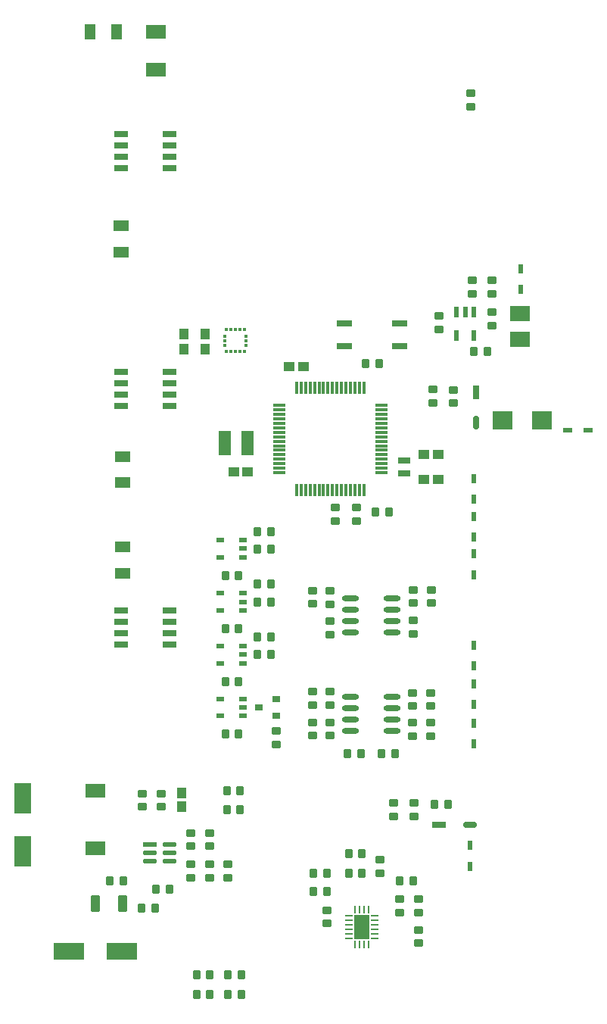
<source format=gbr>
%TF.GenerationSoftware,Altium Limited,Altium Designer,25.8.1 (18)*%
G04 Layer_Color=8421504*
%FSLAX45Y45*%
%MOMM*%
%TF.SameCoordinates,031978D1-9D18-463A-8735-F8186BF7E524*%
%TF.FilePolarity,Positive*%
%TF.FileFunction,Paste,Top*%
%TF.Part,Single*%
G01*
G75*
%TA.AperFunction,SMDPad,CuDef*%
G04:AMPARAMS|DCode=10|XSize=1.55439mm|YSize=0.57213mm|CornerRadius=0.28606mm|HoleSize=0mm|Usage=FLASHONLY|Rotation=0.000|XOffset=0mm|YOffset=0mm|HoleType=Round|Shape=RoundedRectangle|*
%AMROUNDEDRECTD10*
21,1,1.55439,0.00000,0,0,0.0*
21,1,0.98226,0.57213,0,0,0.0*
1,1,0.57213,0.49113,0.00000*
1,1,0.57213,-0.49113,0.00000*
1,1,0.57213,-0.49113,0.00000*
1,1,0.57213,0.49113,0.00000*
%
%ADD10ROUNDEDRECTD10*%
%ADD11R,1.55439X0.57213*%
%ADD12R,0.55000X1.05000*%
%ADD13R,2.30000X1.80000*%
G04:AMPARAMS|DCode=14|XSize=0.8mm|YSize=1mm|CornerRadius=0.1mm|HoleSize=0mm|Usage=FLASHONLY|Rotation=90.000|XOffset=0mm|YOffset=0mm|HoleType=Round|Shape=RoundedRectangle|*
%AMROUNDEDRECTD14*
21,1,0.80000,0.80000,0,0,90.0*
21,1,0.60000,1.00000,0,0,90.0*
1,1,0.20000,0.40000,0.30000*
1,1,0.20000,0.40000,-0.30000*
1,1,0.20000,-0.40000,-0.30000*
1,1,0.20000,-0.40000,0.30000*
%
%ADD14ROUNDEDRECTD14*%
%ADD15R,0.60000X1.15000*%
G04:AMPARAMS|DCode=16|XSize=0.8mm|YSize=1mm|CornerRadius=0.1mm|HoleSize=0mm|Usage=FLASHONLY|Rotation=180.000|XOffset=0mm|YOffset=0mm|HoleType=Round|Shape=RoundedRectangle|*
%AMROUNDEDRECTD16*
21,1,0.80000,0.80000,0,0,180.0*
21,1,0.60000,1.00000,0,0,180.0*
1,1,0.20000,-0.30000,0.40000*
1,1,0.20000,0.30000,0.40000*
1,1,0.20000,0.30000,-0.40000*
1,1,0.20000,-0.30000,-0.40000*
%
%ADD16ROUNDEDRECTD16*%
%ADD17R,1.72500X0.65000*%
%ADD18R,0.30000X1.47500*%
%ADD19R,1.05000X0.55000*%
%ADD20R,2.20000X2.15000*%
%ADD21R,1.15814X1.01213*%
%ADD22R,1.47500X0.30000*%
%ADD23O,1.90000X0.60000*%
%ADD24R,0.50000X1.10000*%
%ADD25R,0.85000X0.25000*%
%ADD26R,1.70000X2.70000*%
%ADD29R,1.52500X0.65000*%
%ADD30R,1.01213X1.15814*%
G04:AMPARAMS|DCode=31|XSize=0.55mm|YSize=0.8mm|CornerRadius=0.0495mm|HoleSize=0mm|Usage=FLASHONLY|Rotation=270.000|XOffset=0mm|YOffset=0mm|HoleType=Round|Shape=RoundedRectangle|*
%AMROUNDEDRECTD31*
21,1,0.55000,0.70100,0,0,270.0*
21,1,0.45100,0.80000,0,0,270.0*
1,1,0.09900,-0.35050,-0.22550*
1,1,0.09900,-0.35050,0.22550*
1,1,0.09900,0.35050,0.22550*
1,1,0.09900,0.35050,-0.22550*
%
%ADD31ROUNDEDRECTD31*%
%ADD32R,0.90000X0.80000*%
%ADD33R,1.40000X2.80000*%
G04:AMPARAMS|DCode=34|XSize=1mm|YSize=1.8mm|CornerRadius=0.125mm|HoleSize=0mm|Usage=FLASHONLY|Rotation=0.000|XOffset=0mm|YOffset=0mm|HoleType=Round|Shape=RoundedRectangle|*
%AMROUNDEDRECTD34*
21,1,1.00000,1.55000,0,0,0.0*
21,1,0.75000,1.80000,0,0,0.0*
1,1,0.25000,0.37500,-0.77500*
1,1,0.25000,-0.37500,-0.77500*
1,1,0.25000,-0.37500,0.77500*
1,1,0.25000,0.37500,0.77500*
%
%ADD34ROUNDEDRECTD34*%
%ADD35R,3.35000X1.85000*%
%ADD36R,1.85000X3.35000*%
%ADD37R,2.20000X1.60000*%
%ADD38R,0.25000X0.85000*%
%ADD39R,1.40000X0.75000*%
%ADD40R,1.30606X1.05822*%
%ADD41R,1.05822X1.30606*%
%ADD42R,1.80000X1.17000*%
G04:AMPARAMS|DCode=43|XSize=1.55748mm|YSize=0.74248mm|CornerRadius=0.37124mm|HoleSize=0mm|Usage=FLASHONLY|Rotation=270.000|XOffset=0mm|YOffset=0mm|HoleType=Round|Shape=RoundedRectangle|*
%AMROUNDEDRECTD43*
21,1,1.55748,0.00000,0,0,270.0*
21,1,0.81501,0.74248,0,0,270.0*
1,1,0.74247,0.00000,-0.40750*
1,1,0.74247,0.00000,0.40750*
1,1,0.74247,0.00000,0.40750*
1,1,0.74247,0.00000,-0.40750*
%
%ADD43ROUNDEDRECTD43*%
%ADD44R,0.74248X1.55748*%
%ADD45R,1.17000X1.80000*%
%ADD46R,2.18000X1.62000*%
G04:AMPARAMS|DCode=47|XSize=1.55748mm|YSize=0.74248mm|CornerRadius=0.37124mm|HoleSize=0mm|Usage=FLASHONLY|Rotation=0.000|XOffset=0mm|YOffset=0mm|HoleType=Round|Shape=RoundedRectangle|*
%AMROUNDEDRECTD47*
21,1,1.55748,0.00000,0,0,0.0*
21,1,0.81501,0.74248,0,0,0.0*
1,1,0.74247,0.40750,0.00000*
1,1,0.74247,-0.40750,0.00000*
1,1,0.74247,-0.40750,0.00000*
1,1,0.74247,0.40750,0.00000*
%
%ADD47ROUNDEDRECTD47*%
%ADD48R,1.55748X0.74248*%
%TA.AperFunction,NonConductor*%
%ADD111R,0.40249X0.31305*%
%ADD112R,0.31305X0.40249*%
%ADD113R,0.31305X0.40249*%
%ADD114R,0.31304X0.40249*%
%ADD115R,0.31304X0.40249*%
D10*
X2763868Y1802410D02*
D03*
X2543809Y1897410D02*
D03*
X2763868D02*
D03*
Y1992410D02*
D03*
X2543809Y1802410D02*
D03*
D11*
Y1992410D02*
D03*
D12*
X6690046Y8426170D02*
D03*
X6170038Y5006210D02*
D03*
X6170034Y5846252D02*
D03*
X6170033Y5426260D02*
D03*
X6167539Y3986210D02*
D03*
X6167539Y3553509D02*
D03*
X6167538Y3111689D02*
D03*
X6170038Y5236210D02*
D03*
X6167539Y3783509D02*
D03*
X6167538Y3341689D02*
D03*
X6170034Y6076252D02*
D03*
X6690046Y8196170D02*
D03*
X6167539Y4216211D02*
D03*
X6170033Y5656260D02*
D03*
D13*
X6680028Y7636250D02*
D03*
Y7926250D02*
D03*
D14*
X6370039Y7791210D02*
D03*
X6150041Y8146174D02*
D03*
X5711501Y6923507D02*
D03*
X5690034Y4686260D02*
D03*
X5680033Y3536247D02*
D03*
X5680039Y3348910D02*
D03*
X5500039Y2304671D02*
D03*
X5270039Y2303511D02*
D03*
X5340027Y1376253D02*
D03*
X4360039Y4678910D02*
D03*
X4360033Y3546255D02*
D03*
X4360044Y3356171D02*
D03*
X2668439Y2409311D02*
D03*
X2461191D02*
D03*
X3208439Y2118310D02*
D03*
X3001639Y2119610D02*
D03*
X4520087Y1106222D02*
D03*
X3001639Y1969610D02*
D03*
X3208439Y1968310D02*
D03*
X3001289Y1769610D02*
D03*
X3208439D02*
D03*
X5550083Y1226222D02*
D03*
X5550026Y1036257D02*
D03*
X5550083Y1376222D02*
D03*
X5340027Y1226253D02*
D03*
X5120028Y1666261D02*
D03*
X5550026Y886257D02*
D03*
X4520087Y1256222D02*
D03*
X4360033Y3696255D02*
D03*
X4560098Y3696216D02*
D03*
X4360039Y4828910D02*
D03*
X4560095Y4826216D02*
D03*
X4850001Y5756204D02*
D03*
Y5606204D02*
D03*
X4620002Y5606204D02*
D03*
X5680033Y3686247D02*
D03*
X5480084Y3686216D02*
D03*
X5690034Y4836260D02*
D03*
X5490082Y4836216D02*
D03*
X4620002Y5756204D02*
D03*
X6130076Y10236221D02*
D03*
X5780075Y7746221D02*
D03*
X3417008Y1769610D02*
D03*
X4360044Y3206171D02*
D03*
X4560097Y3206216D02*
D03*
X5480039Y3351211D02*
D03*
X5480084Y3536216D02*
D03*
X4560097Y3356216D02*
D03*
X4560098Y3546216D02*
D03*
X6130076Y10386221D02*
D03*
X4560095Y4676216D02*
D03*
X6150041Y8296174D02*
D03*
X6370078Y8296213D02*
D03*
Y8146213D02*
D03*
X5490082Y4686216D02*
D03*
X5711501Y7073507D02*
D03*
X5489997Y4346205D02*
D03*
Y4496205D02*
D03*
X6370039Y7941210D02*
D03*
X5780075Y7896221D02*
D03*
X5500039Y2454671D02*
D03*
X5680039Y3198910D02*
D03*
X4560034Y4336266D02*
D03*
Y4486266D02*
D03*
X5120028Y1816261D02*
D03*
X5270039Y2453511D02*
D03*
X5935070Y6922292D02*
D03*
Y7072292D02*
D03*
X5480039Y3201211D02*
D03*
X3208439Y1619610D02*
D03*
X3001289D02*
D03*
X2461191Y2559311D02*
D03*
X3417008Y1619610D02*
D03*
X3960022Y3256260D02*
D03*
Y3106260D02*
D03*
X2668439Y2559311D02*
D03*
D15*
X6070027Y7941251D02*
D03*
X5975027Y7681251D02*
D03*
X6165027D02*
D03*
Y7941251D02*
D03*
X5975027D02*
D03*
D16*
X6315039Y7501211D02*
D03*
X5214972Y5709217D02*
D03*
X5485037Y1581251D02*
D03*
X3896210Y5489960D02*
D03*
X3896174Y4899956D02*
D03*
X3897750Y4310137D02*
D03*
X3552939Y2589611D02*
D03*
X3552938Y2379671D02*
D03*
X4375028Y1461256D02*
D03*
X4375027Y1671254D02*
D03*
X2762213Y1489611D02*
D03*
X3565037Y533571D02*
D03*
X3565036Y313571D02*
D03*
X2094639Y1582810D02*
D03*
X2600938Y1279611D02*
D03*
X2612213Y1489611D02*
D03*
X2244639Y1582810D02*
D03*
X2450938Y1279611D02*
D03*
X3065002Y533532D02*
D03*
X4765027Y1671260D02*
D03*
X4764990Y1891199D02*
D03*
X4525027Y1671254D02*
D03*
X5335037Y1581251D02*
D03*
X4915027Y1671260D02*
D03*
X4525028Y1461256D02*
D03*
X5064972Y5709217D02*
D03*
X4956579Y7361211D02*
D03*
X4905039Y3001210D02*
D03*
X4755039D02*
D03*
X6165039Y7501211D02*
D03*
X5106579Y7361211D02*
D03*
X5135044Y3001164D02*
D03*
X3402939Y2589611D02*
D03*
X3402938Y2379671D02*
D03*
X3386578Y4994317D02*
D03*
X3385039Y4401210D02*
D03*
X3384986Y3811194D02*
D03*
X3384982Y3221194D02*
D03*
X3065002Y313530D02*
D03*
X3745039Y4701210D02*
D03*
X3895039D02*
D03*
X3746210Y5489960D02*
D03*
X3215002Y313530D02*
D03*
Y533532D02*
D03*
X3415037Y533571D02*
D03*
X3415036Y313571D02*
D03*
X5285044Y3001164D02*
D03*
X4914990Y1891199D02*
D03*
X3745000Y5291205D02*
D03*
X3895000D02*
D03*
X3746174Y4899956D02*
D03*
X3535039Y4401210D02*
D03*
X3747750Y4310137D02*
D03*
X3746578Y4111210D02*
D03*
X3896578D02*
D03*
X3536578Y4994317D02*
D03*
X3534982Y3221194D02*
D03*
X3534986Y3811194D02*
D03*
X5724984Y2441194D02*
D03*
X5874984D02*
D03*
D17*
X5336339Y7811210D02*
D03*
X4718739D02*
D03*
Y7557210D02*
D03*
X5336339D02*
D03*
D18*
X4885039Y7095010D02*
D03*
Y5947410D02*
D03*
X4235039Y7095010D02*
D03*
X4835039Y5947410D02*
D03*
X4785039D02*
D03*
X4735039D02*
D03*
X4685039D02*
D03*
X4635039D02*
D03*
X4585039D02*
D03*
X4535039D02*
D03*
X4485039D02*
D03*
X4435039D02*
D03*
X4385039D02*
D03*
X4335039D02*
D03*
X4285039D02*
D03*
X4235039D02*
D03*
X4185039D02*
D03*
X4285039Y7095010D02*
D03*
X4385039D02*
D03*
X4435039D02*
D03*
X4485039D02*
D03*
X4535039D02*
D03*
X4585039D02*
D03*
X4635039D02*
D03*
X4685039D02*
D03*
X4735039D02*
D03*
X4785039D02*
D03*
X4935039D02*
D03*
X4185039D02*
D03*
X4935039Y5947410D02*
D03*
X4835039Y7095010D02*
D03*
X4335039D02*
D03*
D19*
X7445039Y6621210D02*
D03*
X7215039D02*
D03*
D20*
X6930039Y6731211D02*
D03*
X6490039D02*
D03*
D21*
X5771273Y6350039D02*
D03*
X5768610Y6070045D02*
D03*
X4097303Y7331199D02*
D03*
X5603211Y6070045D02*
D03*
X5605874Y6350039D02*
D03*
X4262702Y7331199D02*
D03*
D22*
X5133839Y6696210D02*
D03*
X3986239Y6196210D02*
D03*
X5133839Y6846210D02*
D03*
Y6496210D02*
D03*
X3986239Y6246210D02*
D03*
Y6296210D02*
D03*
Y6346210D02*
D03*
Y6396210D02*
D03*
Y6446210D02*
D03*
Y6496210D02*
D03*
Y6546210D02*
D03*
Y6596210D02*
D03*
Y6646210D02*
D03*
Y6696210D02*
D03*
Y6746210D02*
D03*
Y6796210D02*
D03*
Y6846210D02*
D03*
Y6896210D02*
D03*
X5133839D02*
D03*
Y6796210D02*
D03*
Y6746210D02*
D03*
Y6546210D02*
D03*
Y6396210D02*
D03*
Y6346210D02*
D03*
Y6196210D02*
D03*
Y6146210D02*
D03*
X3986239D02*
D03*
X5133839Y6446210D02*
D03*
Y6296210D02*
D03*
Y6246210D02*
D03*
Y6646210D02*
D03*
Y6596210D02*
D03*
D23*
X4784987Y4360704D02*
D03*
X4784985Y3260705D02*
D03*
X5254987Y4741704D02*
D03*
X5254985Y3641705D02*
D03*
Y3260705D02*
D03*
Y3387705D02*
D03*
Y3514705D02*
D03*
X4784985Y3387705D02*
D03*
Y3514705D02*
D03*
Y3641705D02*
D03*
X4784987Y4741704D02*
D03*
Y4614704D02*
D03*
Y4487704D02*
D03*
X5254987Y4614704D02*
D03*
Y4487704D02*
D03*
Y4360704D02*
D03*
D24*
X6120039Y1743711D02*
D03*
Y1978710D02*
D03*
D25*
X5060038Y1191210D02*
D03*
X4770038Y941210D02*
D03*
Y991210D02*
D03*
Y1041210D02*
D03*
X5060038Y1141210D02*
D03*
Y1091210D02*
D03*
X4770038D02*
D03*
Y1141210D02*
D03*
Y1191210D02*
D03*
X5060038Y941210D02*
D03*
Y991210D02*
D03*
Y1041210D02*
D03*
D26*
X4915038Y1066210D02*
D03*
D29*
X2761239Y9804710D02*
D03*
Y9550710D02*
D03*
X2761282Y7144727D02*
D03*
Y6890727D02*
D03*
X2761286Y4474728D02*
D03*
Y4220728D02*
D03*
X2761239Y9677710D02*
D03*
X2761282Y7271727D02*
D03*
X2761286Y4601728D02*
D03*
X2761282Y7017727D02*
D03*
X2761239Y9931710D02*
D03*
X2761286Y4347728D02*
D03*
X2218839Y9931710D02*
D03*
Y9804710D02*
D03*
Y9677710D02*
D03*
Y9550710D02*
D03*
X2218886Y4220728D02*
D03*
Y4347728D02*
D03*
Y4474728D02*
D03*
Y4601728D02*
D03*
X2218882Y7271727D02*
D03*
Y7144727D02*
D03*
Y7017727D02*
D03*
Y6890727D02*
D03*
D30*
X3160039Y7693910D02*
D03*
X2920044Y7693857D02*
D03*
X3160039Y7528511D02*
D03*
X2920044Y7528458D02*
D03*
D31*
X3587583Y4796216D02*
D03*
X3585039Y5391210D02*
D03*
X3587587Y4206216D02*
D03*
X3587538Y3616210D02*
D03*
X3332583Y4796216D02*
D03*
X3332538Y3616210D02*
D03*
X3332587Y4206216D02*
D03*
X3330039Y5391210D02*
D03*
Y5201210D02*
D03*
X3332587Y4016216D02*
D03*
X3332583Y4606216D02*
D03*
X3332538Y3426210D02*
D03*
X3587583Y4606216D02*
D03*
Y4701216D02*
D03*
X3587587Y4016216D02*
D03*
Y4111216D02*
D03*
X3585039Y5201210D02*
D03*
Y5296210D02*
D03*
X3587538Y3426210D02*
D03*
Y3521210D02*
D03*
D32*
X3960090Y3616227D02*
D03*
Y3426227D02*
D03*
X3760090Y3521227D02*
D03*
D33*
X3377639Y6474211D02*
D03*
X3637639D02*
D03*
D34*
X1928539Y1324710D02*
D03*
X2238539D02*
D03*
D35*
X1640039Y791210D02*
D03*
X2230039D02*
D03*
D36*
X1120039Y1916210D02*
D03*
Y2506210D02*
D03*
D37*
X1933239Y1948611D02*
D03*
Y2588611D02*
D03*
D38*
X4890038Y871210D02*
D03*
X4840038D02*
D03*
Y1261210D02*
D03*
X4890038D02*
D03*
X4940038D02*
D03*
X4990039D02*
D03*
X4940038Y871210D02*
D03*
X4990039D02*
D03*
D39*
X5388797Y6137496D02*
D03*
Y6282496D02*
D03*
D40*
X3635255Y6151211D02*
D03*
X3480039D02*
D03*
D41*
X2898938Y2409002D02*
D03*
Y2564218D02*
D03*
D42*
X2240046Y5318173D02*
D03*
Y5024173D02*
D03*
X2220032Y8908250D02*
D03*
Y8614250D02*
D03*
X2240046Y6326819D02*
D03*
Y6032819D02*
D03*
D43*
X6190040Y6701174D02*
D03*
D44*
Y7041248D02*
D03*
D45*
X2167039Y11071211D02*
D03*
X1873039D02*
D03*
D46*
X2610056Y11072160D02*
D03*
Y10650160D02*
D03*
D47*
X6120059Y2211266D02*
D03*
D48*
X5779985D02*
D03*
D111*
X3376290Y7672538D02*
D03*
Y7622538D02*
D03*
Y7572539D02*
D03*
X3621290D02*
D03*
Y7622538D02*
D03*
Y7672538D02*
D03*
D112*
X3398790Y7500039D02*
D03*
D113*
X3448790Y7500039D02*
D03*
X3498790D02*
D03*
X3548790D02*
D03*
Y7745039D02*
D03*
X3498790D02*
D03*
X3448790D02*
D03*
X3398790D02*
D03*
D114*
X3598790Y7500039D02*
D03*
D115*
Y7745039D02*
D03*
%TF.MD5,01aec46a2f3dbfc4f14a0d42cd6d74b7*%
M02*

</source>
